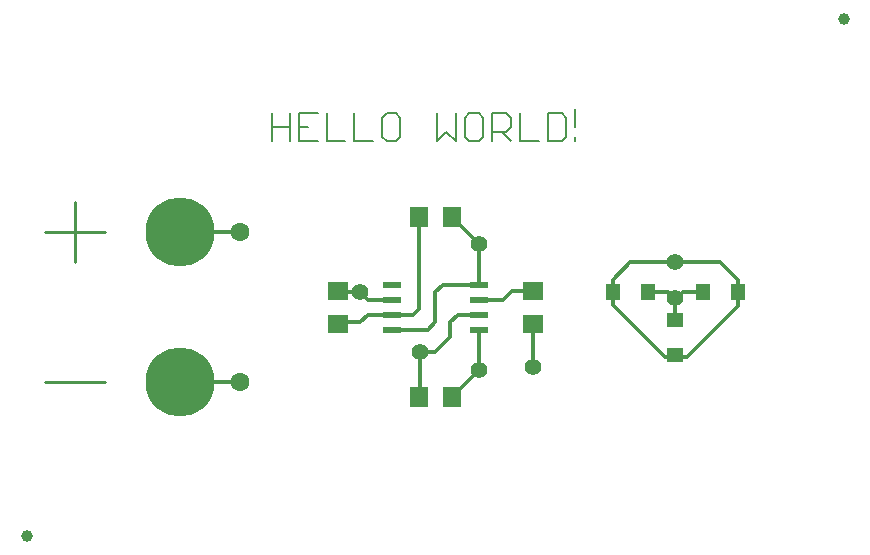
<source format=gtl>
G75*
%MOIN*%
%OFA0B0*%
%FSLAX25Y25*%
%IPPOS*%
%LPD*%
%AMOC8*
5,1,8,0,0,1.08239X$1,22.5*
%
%ADD10C,0.00800*%
%ADD11R,0.04724X0.05512*%
%ADD12R,0.05512X0.04724*%
%ADD13R,0.07087X0.06299*%
%ADD14R,0.06299X0.07087*%
%ADD15C,0.23000*%
%ADD16R,0.05906X0.02362*%
%ADD17C,0.03937*%
%ADD18C,0.01400*%
%ADD19C,0.05512*%
%ADD20C,0.06299*%
%ADD21C,0.01000*%
D10*
X0100400Y0150400D02*
X0100400Y0159608D01*
X0100400Y0155004D02*
X0106539Y0155004D01*
X0109608Y0155004D02*
X0112677Y0155004D01*
X0109608Y0159608D02*
X0109608Y0150400D01*
X0115746Y0150400D01*
X0118816Y0150400D02*
X0124954Y0150400D01*
X0128024Y0150400D02*
X0134162Y0150400D01*
X0137231Y0151935D02*
X0138766Y0150400D01*
X0141835Y0150400D01*
X0143370Y0151935D01*
X0143370Y0158073D01*
X0141835Y0159608D01*
X0138766Y0159608D01*
X0137231Y0158073D01*
X0137231Y0151935D01*
X0128024Y0150400D02*
X0128024Y0159608D01*
X0118816Y0159608D02*
X0118816Y0150400D01*
X0106539Y0150400D02*
X0106539Y0159608D01*
X0109608Y0159608D02*
X0115746Y0159608D01*
X0155647Y0159608D02*
X0155647Y0150400D01*
X0158716Y0153469D01*
X0161786Y0150400D01*
X0161786Y0159608D01*
X0164855Y0158073D02*
X0164855Y0151935D01*
X0166390Y0150400D01*
X0169459Y0150400D01*
X0170994Y0151935D01*
X0170994Y0158073D01*
X0169459Y0159608D01*
X0166390Y0159608D01*
X0164855Y0158073D01*
X0174063Y0159608D02*
X0178667Y0159608D01*
X0180201Y0158073D01*
X0180201Y0155004D01*
X0178667Y0153469D01*
X0174063Y0153469D01*
X0177132Y0153469D02*
X0180201Y0150400D01*
X0183271Y0150400D02*
X0189409Y0150400D01*
X0192479Y0150400D02*
X0197083Y0150400D01*
X0198617Y0151935D01*
X0198617Y0158073D01*
X0197083Y0159608D01*
X0192479Y0159608D01*
X0192479Y0150400D01*
X0201686Y0150400D02*
X0201686Y0151935D01*
X0201686Y0155004D02*
X0201686Y0161143D01*
X0183271Y0159608D02*
X0183271Y0150400D01*
X0174063Y0150400D02*
X0174063Y0159608D01*
D11*
X0214094Y0100000D03*
X0225906Y0100000D03*
X0244094Y0100000D03*
X0255906Y0100000D03*
D12*
X0235000Y0090906D03*
X0235000Y0079094D03*
D13*
X0187500Y0089488D03*
X0187500Y0100512D03*
X0122500Y0100512D03*
X0122500Y0089488D03*
D14*
X0149488Y0065000D03*
X0160512Y0065000D03*
X0160512Y0125000D03*
X0149488Y0125000D03*
D15*
X0070000Y0120000D03*
X0069843Y0070000D03*
D16*
X0140433Y0087500D03*
X0140433Y0092500D03*
X0140433Y0097500D03*
X0140433Y0102500D03*
X0169508Y0102500D03*
X0169508Y0097500D03*
X0169508Y0092500D03*
X0169508Y0087500D03*
D17*
X0018780Y0018819D03*
X0291220Y0191220D03*
D18*
X0250000Y0110000D02*
X0235000Y0110000D01*
X0220000Y0110000D01*
X0214094Y0104094D01*
X0214094Y0100000D01*
X0214094Y0095906D01*
X0231500Y0078500D01*
X0235000Y0078500D01*
X0235000Y0079094D01*
X0235000Y0078500D02*
X0239000Y0078500D01*
X0256000Y0095500D01*
X0256000Y0096000D01*
X0255906Y0095906D02*
X0255906Y0100000D01*
X0255906Y0104094D01*
X0250000Y0110000D01*
X0244094Y0100000D02*
X0237500Y0100000D01*
X0235000Y0097500D01*
X0235000Y0090906D01*
X0235000Y0097500D02*
X0232500Y0100000D01*
X0225906Y0100000D01*
X0187500Y0100512D02*
X0180512Y0100512D01*
X0177500Y0097500D01*
X0169508Y0097500D01*
X0169508Y0102500D02*
X0157500Y0102500D01*
X0155000Y0100000D01*
X0155000Y0090000D01*
X0152500Y0087500D01*
X0140433Y0087500D01*
X0140433Y0092500D02*
X0132500Y0092500D01*
X0130000Y0090000D01*
X0123012Y0090000D01*
X0122500Y0089488D01*
X0132500Y0097500D02*
X0130000Y0100000D01*
X0123012Y0100000D01*
X0122500Y0100512D01*
X0132500Y0097500D02*
X0140433Y0097500D01*
X0140433Y0092500D02*
X0147500Y0092500D01*
X0149488Y0094488D01*
X0149488Y0125000D01*
X0160000Y0125512D02*
X0160512Y0125000D01*
X0169508Y0116004D01*
X0169508Y0102500D01*
X0169508Y0092500D02*
X0162500Y0092500D01*
X0160000Y0090000D01*
X0160000Y0085000D01*
X0155000Y0080000D01*
X0150000Y0080000D01*
X0150000Y0065512D01*
X0149488Y0065000D01*
X0160000Y0064488D02*
X0160512Y0065000D01*
X0169508Y0073996D01*
X0169508Y0087500D01*
X0187500Y0089488D02*
X0187500Y0075000D01*
X0090000Y0070000D02*
X0069843Y0070000D01*
X0070000Y0120000D02*
X0090000Y0120000D01*
D19*
X0130000Y0100000D03*
X0150000Y0080000D03*
X0169508Y0073996D03*
X0187500Y0075000D03*
X0235000Y0098000D03*
X0235000Y0110000D03*
X0169508Y0116004D03*
D20*
X0090000Y0120000D03*
X0090000Y0070000D03*
D21*
X0045000Y0070000D02*
X0025000Y0070000D01*
X0035000Y0110000D02*
X0035000Y0120000D01*
X0035000Y0130000D01*
X0035000Y0120000D02*
X0025000Y0120000D01*
X0035000Y0120000D02*
X0045000Y0120000D01*
M02*

</source>
